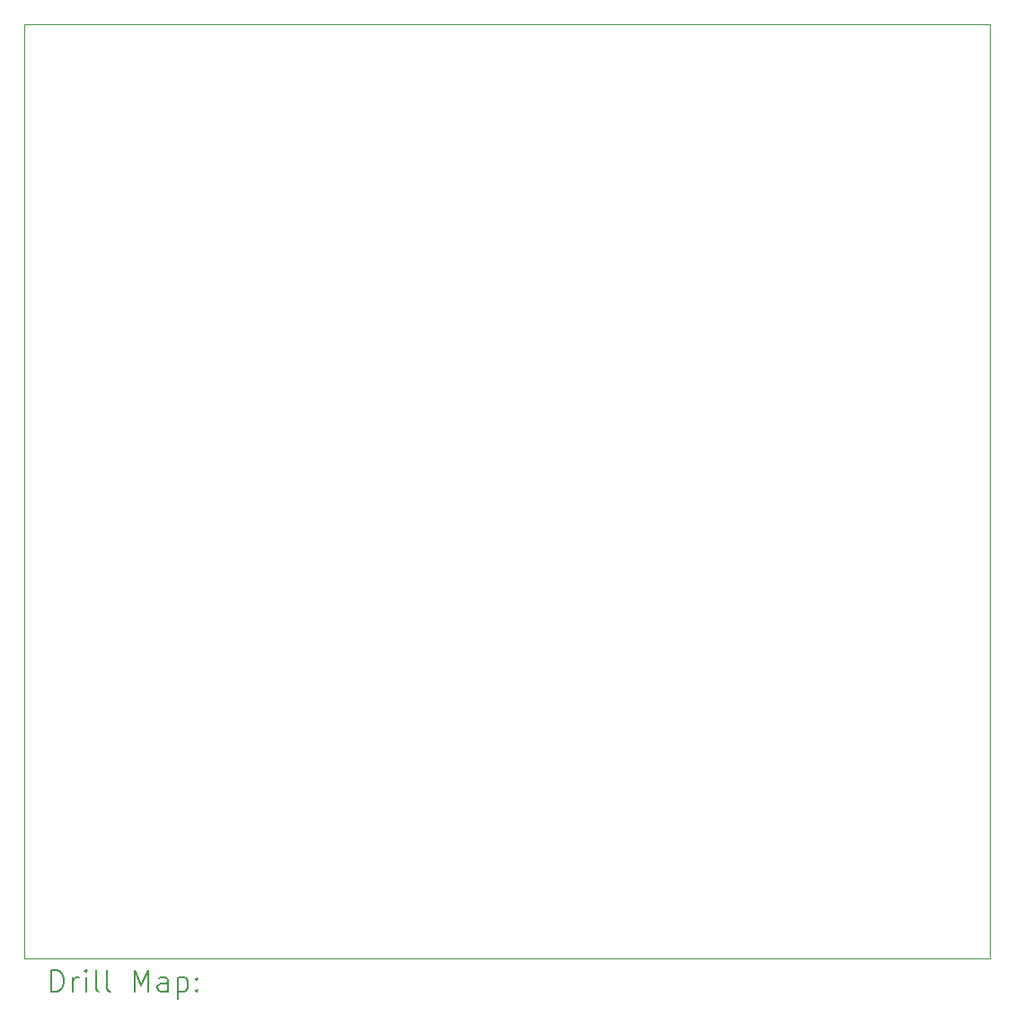
<source format=gbr>
%FSLAX45Y45*%
G04 Gerber Fmt 4.5, Leading zero omitted, Abs format (unit mm)*
G04 Created by KiCad (PCBNEW 6.0.4-1.fc35) date 2022-04-10 20:29:43*
%MOMM*%
%LPD*%
G01*
G04 APERTURE LIST*
%TA.AperFunction,Profile*%
%ADD10C,0.100000*%
%TD*%
%ADD11C,0.200000*%
G04 APERTURE END LIST*
D10*
X13750000Y-6100000D02*
X22850000Y-6100000D01*
X22850000Y-6100000D02*
X22850000Y-14900000D01*
X22850000Y-14900000D02*
X13750000Y-14900000D01*
X13750000Y-14900000D02*
X13750000Y-6100000D01*
D11*
X14002619Y-15215476D02*
X14002619Y-15015476D01*
X14050238Y-15015476D01*
X14078809Y-15025000D01*
X14097857Y-15044048D01*
X14107381Y-15063095D01*
X14116905Y-15101190D01*
X14116905Y-15129762D01*
X14107381Y-15167857D01*
X14097857Y-15186905D01*
X14078809Y-15205952D01*
X14050238Y-15215476D01*
X14002619Y-15215476D01*
X14202619Y-15215476D02*
X14202619Y-15082143D01*
X14202619Y-15120238D02*
X14212143Y-15101190D01*
X14221667Y-15091667D01*
X14240714Y-15082143D01*
X14259762Y-15082143D01*
X14326428Y-15215476D02*
X14326428Y-15082143D01*
X14326428Y-15015476D02*
X14316905Y-15025000D01*
X14326428Y-15034524D01*
X14335952Y-15025000D01*
X14326428Y-15015476D01*
X14326428Y-15034524D01*
X14450238Y-15215476D02*
X14431190Y-15205952D01*
X14421667Y-15186905D01*
X14421667Y-15015476D01*
X14555000Y-15215476D02*
X14535952Y-15205952D01*
X14526428Y-15186905D01*
X14526428Y-15015476D01*
X14783571Y-15215476D02*
X14783571Y-15015476D01*
X14850238Y-15158333D01*
X14916905Y-15015476D01*
X14916905Y-15215476D01*
X15097857Y-15215476D02*
X15097857Y-15110714D01*
X15088333Y-15091667D01*
X15069286Y-15082143D01*
X15031190Y-15082143D01*
X15012143Y-15091667D01*
X15097857Y-15205952D02*
X15078809Y-15215476D01*
X15031190Y-15215476D01*
X15012143Y-15205952D01*
X15002619Y-15186905D01*
X15002619Y-15167857D01*
X15012143Y-15148809D01*
X15031190Y-15139286D01*
X15078809Y-15139286D01*
X15097857Y-15129762D01*
X15193095Y-15082143D02*
X15193095Y-15282143D01*
X15193095Y-15091667D02*
X15212143Y-15082143D01*
X15250238Y-15082143D01*
X15269286Y-15091667D01*
X15278809Y-15101190D01*
X15288333Y-15120238D01*
X15288333Y-15177381D01*
X15278809Y-15196428D01*
X15269286Y-15205952D01*
X15250238Y-15215476D01*
X15212143Y-15215476D01*
X15193095Y-15205952D01*
X15374048Y-15196428D02*
X15383571Y-15205952D01*
X15374048Y-15215476D01*
X15364524Y-15205952D01*
X15374048Y-15196428D01*
X15374048Y-15215476D01*
X15374048Y-15091667D02*
X15383571Y-15101190D01*
X15374048Y-15110714D01*
X15364524Y-15101190D01*
X15374048Y-15091667D01*
X15374048Y-15110714D01*
M02*

</source>
